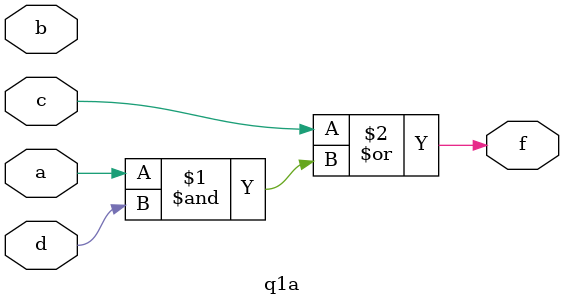
<source format=v>
module q1a(a,b,c,d,f);
input a,b,c,d;
output f;
assign f=c|(a&d);
endmodule

</source>
